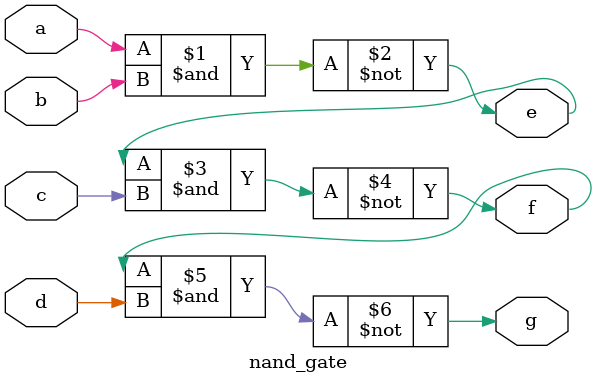
<source format=v>
`timescale 1ns / 1ps

module nand_gate(
    input a,
    input b,
    input c,
    input d,
    output e,
    output f,
    output g
    );

assign e=~(a&b);
assign f=~(e&c);
assign g=~(f&d);

endmodule
</source>
